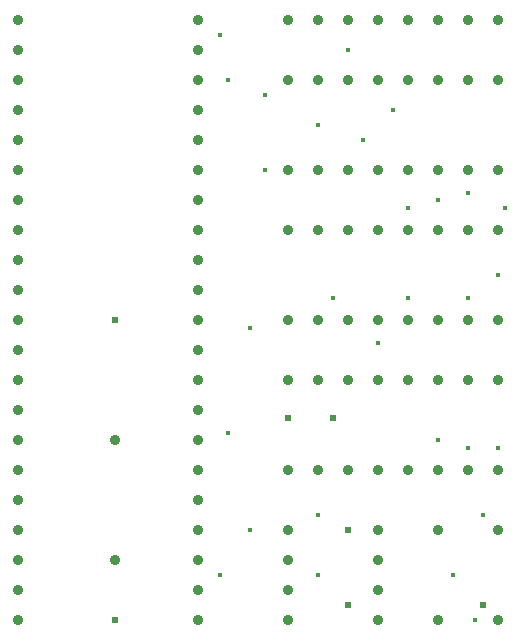
<source format=gbr>
G04 DesignSpark PCB Gerber Version 10.0 Build 5299*
G04 #@! TF.Part,Single*
G04 #@! TF.FilePolarity,Positive*
%FSLAX35Y35*%
%MOIN*%
G04 #@! TA.AperFunction,MechanicalDrill*
%ADD21C,0.01600*%
%ADD20C,0.02400*%
%ADD71C,0.03500*%
G04 #@! TD.AperFunction*
X0Y0D02*
D02*
D71*
X15250Y15250D03*
Y25250D03*
Y35250D03*
Y45250D03*
Y55250D03*
Y65250D03*
Y75250D03*
Y85250D03*
Y95250D03*
Y105250D03*
Y115250D03*
Y125250D03*
Y135250D03*
Y145250D03*
Y155250D03*
Y165250D03*
Y175250D03*
Y185250D03*
Y195250D03*
Y205250D03*
Y215250D03*
X47750Y35250D03*
Y75250D03*
X75250Y15250D03*
Y25250D03*
Y35250D03*
Y45250D03*
Y55250D03*
Y65250D03*
Y75250D03*
Y85250D03*
Y95250D03*
Y105250D03*
Y115250D03*
Y125250D03*
Y135250D03*
Y145250D03*
Y155250D03*
Y165250D03*
Y175250D03*
Y185250D03*
Y195250D03*
Y205250D03*
Y215250D03*
X105250Y15250D03*
Y25250D03*
Y35250D03*
Y45250D03*
Y65250D03*
Y95250D03*
Y115250D03*
Y145250D03*
Y165250D03*
Y195250D03*
Y215250D03*
X115250Y65250D03*
Y95250D03*
Y115250D03*
Y145250D03*
Y165250D03*
Y195250D03*
Y215250D03*
X125250Y65250D03*
Y95250D03*
Y115250D03*
Y145250D03*
Y165250D03*
Y195250D03*
Y215250D03*
X135250Y15250D03*
Y25250D03*
Y35250D03*
Y45250D03*
Y65250D03*
Y95250D03*
Y115250D03*
Y145250D03*
Y165250D03*
Y195250D03*
Y215250D03*
X145250Y65250D03*
Y95250D03*
Y115250D03*
Y145250D03*
Y165250D03*
Y195250D03*
Y215250D03*
X155250Y15250D03*
Y45250D03*
Y65250D03*
Y95250D03*
Y115250D03*
Y145250D03*
Y165250D03*
Y195250D03*
Y215250D03*
X165250Y65250D03*
Y95250D03*
Y115250D03*
Y145250D03*
Y165250D03*
Y195250D03*
Y215250D03*
X175250Y15250D03*
Y45250D03*
Y65250D03*
Y95250D03*
Y115250D03*
Y145250D03*
Y165250D03*
Y195250D03*
Y215250D03*
D02*
D20*
X47750Y15250D03*
Y115250D03*
X105250Y82750D03*
X120250D03*
X125250Y20250D03*
Y45250D03*
X170250Y20250D03*
D02*
D21*
X82750Y30250D03*
Y210250D03*
X85250Y77750D03*
Y195250D03*
X92750Y45250D03*
Y112750D03*
X97750Y165250D03*
Y190250D03*
X115250Y30250D03*
Y50250D03*
Y180250D03*
X120250Y122750D03*
X125250Y205250D03*
X130250Y175250D03*
X135250Y107750D03*
X140250Y185250D03*
X145250Y122750D03*
Y152750D03*
X155250Y75250D03*
Y155250D03*
X160250Y30250D03*
X165250Y72750D03*
Y122750D03*
Y157750D03*
X167750Y15250D03*
X170250Y50250D03*
X175250Y72750D03*
Y130250D03*
X177750Y152750D03*
X0Y0D02*
M02*

</source>
